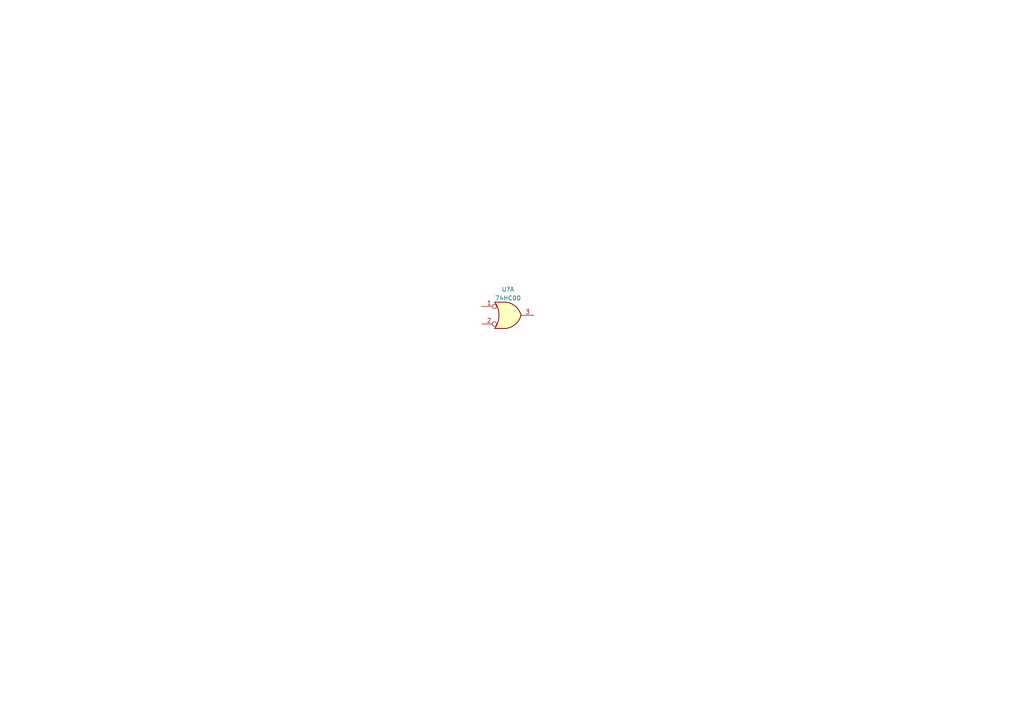
<source format=kicad_sch>
(kicad_sch (version 20230121) (generator eeschema)
  (paper "A4")
  (lib_symbols
    (symbol "74xx:74HC00" (pin_names (offset 1.016))
      (property "Reference" "U" (at 0 1.27 0))
      (property "Value" "74HC00" (at 0 -1.27 0))
      (symbol "74HC00_1_1"
        (arc (start 0 -3.81) (mid 3.7934 0) (end 0 3.81) (stroke (width 0.254)) (fill (type background)))
        (polyline (pts (xy 0 3.81) (xy -3.81 3.81) (xy -3.81 -3.81) (xy 0 -3.81)) (stroke (width 0.254)) (fill (type background)))
        (pin input line (at -7.62 2.54 0) (length 3.81) (name "~") (number "1"))
        (pin input line (at -7.62 -2.54 0) (length 3.81) (name "~") (number "2"))
        (pin output inverted (at 7.62 0 180) (length 3.81) (name "~") (number "3"))
      )
      (symbol "74HC00_1_2"
        (arc (start -3.81 -3.81) (mid -2.589 0) (end -3.81 3.81) (stroke (width 0.254)))
        (arc (start -0.6096 -3.81) (mid 2.1842 -2.5851) (end 3.81 0) (stroke (width 0.254)) (fill (type background)))
        (polyline (pts (xy -3.81 -3.81) (xy -0.635 -3.81)) (stroke (width 0.254)) (fill (type background)))
        (polyline (pts (xy -3.81 3.81) (xy -0.635 3.81)) (stroke (width 0.254)) (fill (type background)))
        (polyline (pts (xy -0.635 3.81) (xy -3.81 3.81) (xy -3.81 3.81) (xy -3.556 3.4036) (xy -3.0226 2.2606) (xy -2.6924 1.0414) (xy -2.6162 -0.254) (xy -2.7686 -1.4986) (xy -3.175 -2.7178) (xy -3.81 -3.81) (xy -3.81 -3.81) (xy -0.635 -3.81)) (stroke (width -25.4)) (fill (type background)))
        (arc (start 3.81 0) (mid 2.1915 2.5936) (end -0.6096 3.81) (stroke (width 0.254)) (fill (type background)))
        (pin input inverted (at -7.62 2.54 0) (length 4.318) (name "~") (number "1"))
        (pin input inverted (at -7.62 -2.54 0) (length 4.318) (name "~") (number "2"))
        (pin output line (at 7.62 0 180) (length 3.81) (name "~") (number "3"))
      )
      (symbol "74HC00_2_1"
        (arc (start 0 -3.81) (mid 3.7934 0) (end 0 3.81) (stroke (width 0.254)) (fill (type background)))
        (polyline (pts (xy 0 3.81) (xy -3.81 3.81) (xy -3.81 -3.81) (xy 0 -3.81)) (stroke (width 0.254)) (fill (type background)))
        (pin input line (at -7.62 2.54 0) (length 3.81) (name "~") (number "4"))
        (pin input line (at -7.62 -2.54 0) (length 3.81) (name "~") (number "5"))
        (pin output inverted (at 7.62 0 180) (length 3.81) (name "~") (number "6"))
      )
      (symbol "74HC00_2_2"
        (arc (start -3.81 -3.81) (mid -2.589 0) (end -3.81 3.81) (stroke (width 0.254)))
        (arc (start -0.6096 -3.81) (mid 2.1842 -2.5851) (end 3.81 0) (stroke (width 0.254)) (fill (type background)))
        (polyline (pts (xy -3.81 -3.81) (xy -0.635 -3.81)) (stroke (width 0.254)) (fill (type background)))
        (polyline (pts (xy -3.81 3.81) (xy -0.635 3.81)) (stroke (width 0.254)) (fill (type background)))
        (polyline (pts (xy -0.635 3.81) (xy -3.81 3.81) (xy -3.81 3.81) (xy -3.556 3.4036) (xy -3.0226 2.2606) (xy -2.6924 1.0414) (xy -2.6162 -0.254) (xy -2.7686 -1.4986) (xy -3.175 -2.7178) (xy -3.81 -3.81) (xy -3.81 -3.81) (xy -0.635 -3.81)) (stroke (width -25.4)) (fill (type background)))
        (arc (start 3.81 0) (mid 2.1915 2.5936) (end -0.6096 3.81) (stroke (width 0.254)) (fill (type background)))
        (pin input inverted (at -7.62 2.54 0) (length 4.318) (name "~") (number "4"))
        (pin input inverted (at -7.62 -2.54 0) (length 4.318) (name "~") (number "5"))
        (pin output line (at 7.62 0 180) (length 3.81) (name "~") (number "6"))
      )
      (symbol "74HC00_3_1"
        (arc (start 0 -3.81) (mid 3.7934 0) (end 0 3.81) (stroke (width 0.254)) (fill (type background)))
        (polyline (pts (xy 0 3.81) (xy -3.81 3.81) (xy -3.81 -3.81) (xy 0 -3.81)) (stroke (width 0.254)) (fill (type background)))
        (pin input line (at -7.62 -2.54 0) (length 3.81) (name "~") (number "10"))
        (pin output inverted (at 7.62 0 180) (length 3.81) (name "~") (number "8"))
        (pin input line (at -7.62 2.54 0) (length 3.81) (name "~") (number "9"))
      )
      (symbol "74HC00_3_2"
        (arc (start -3.81 -3.81) (mid -2.589 0) (end -3.81 3.81) (stroke (width 0.254)))
        (arc (start -0.6096 -3.81) (mid 2.1842 -2.5851) (end 3.81 0) (stroke (width 0.254)) (fill (type background)))
        (polyline (pts (xy -3.81 -3.81) (xy -0.635 -3.81)) (stroke (width 0.254)) (fill (type background)))
        (polyline (pts (xy -3.81 3.81) (xy -0.635 3.81)) (stroke (width 0.254)) (fill (type background)))
        (polyline (pts (xy -0.635 3.81) (xy -3.81 3.81) (xy -3.81 3.81) (xy -3.556 3.4036) (xy -3.0226 2.2606) (xy -2.6924 1.0414) (xy -2.6162 -0.254) (xy -2.7686 -1.4986) (xy -3.175 -2.7178) (xy -3.81 -3.81) (xy -3.81 -3.81) (xy -0.635 -3.81)) (stroke (width -25.4)) (fill (type background)))
        (arc (start 3.81 0) (mid 2.1915 2.5936) (end -0.6096 3.81) (stroke (width 0.254)) (fill (type background)))
        (pin input inverted (at -7.62 -2.54 0) (length 4.318) (name "~") (number "10"))
        (pin output line (at 7.62 0 180) (length 3.81) (name "~") (number "8"))
        (pin input inverted (at -7.62 2.54 0) (length 4.318) (name "~") (number "9"))
      )
      (symbol "74HC00_4_1"
        (arc (start 0 -3.81) (mid 3.7934 0) (end 0 3.81) (stroke (width 0.254)) (fill (type background)))
        (polyline (pts (xy 0 3.81) (xy -3.81 3.81) (xy -3.81 -3.81) (xy 0 -3.81)) (stroke (width 0.254)) (fill (type background)))
        (pin output inverted (at 7.62 0 180) (length 3.81) (name "~") (number "11"))
        (pin input line (at -7.62 2.54 0) (length 3.81) (name "~") (number "12"))
        (pin input line (at -7.62 -2.54 0) (length 3.81) (name "~") (number "13"))
      )
      (symbol "74HC00_4_2"
        (arc (start -3.81 -3.81) (mid -2.589 0) (end -3.81 3.81) (stroke (width 0.254)))
        (arc (start -0.6096 -3.81) (mid 2.1842 -2.5851) (end 3.81 0) (stroke (width 0.254)) (fill (type background)))
        (polyline (pts (xy -3.81 -3.81) (xy -0.635 -3.81)) (stroke (width 0.254)) (fill (type background)))
        (polyline (pts (xy -3.81 3.81) (xy -0.635 3.81)) (stroke (width 0.254)) (fill (type background)))
        (polyline (pts (xy -0.635 3.81) (xy -3.81 3.81) (xy -3.81 3.81) (xy -3.556 3.4036) (xy -3.0226 2.2606) (xy -2.6924 1.0414) (xy -2.6162 -0.254) (xy -2.7686 -1.4986) (xy -3.175 -2.7178) (xy -3.81 -3.81) (xy -3.81 -3.81) (xy -0.635 -3.81)) (stroke (width -25.4)) (fill (type background)))
        (arc (start 3.81 0) (mid 2.1915 2.5936) (end -0.6096 3.81) (stroke (width 0.254)) (fill (type background)))
        (pin output line (at 7.62 0 180) (length 3.81) (name "~") (number "11"))
        (pin input inverted (at -7.62 2.54 0) (length 4.318) (name "~") (number "12"))
        (pin input inverted (at -7.62 -2.54 0) (length 4.318) (name "~") (number "13"))
      )
      (symbol "74HC00_5_0"
        (pin power_in line (at 0 12.7 270) (length 5.08) (name "VCC") (number "14"))
        (pin power_in line (at 0 -12.7 90) (length 5.08) (name "GND") (number "7"))
      )
      (symbol "74HC00_5_1"
        (rectangle (start -5.08 7.62) (end 5.08 -7.62) (stroke (width 0.254)) (fill (type background)))
      )
    )
  )
  (symbol (lib_id "74xx:74HC00") (at 147.32 91.44 0) (unit 1) (convert 2)
    (property "Reference" "U?" (at 147.32 83.9302 0))
    (property "Value" "74HC00" (at 147.32 86.4671 0))
    (property "Datasheet" "http://www.ti.com/lit/gpn/sn74hc00" (effects hide))
  )
)
</source>
